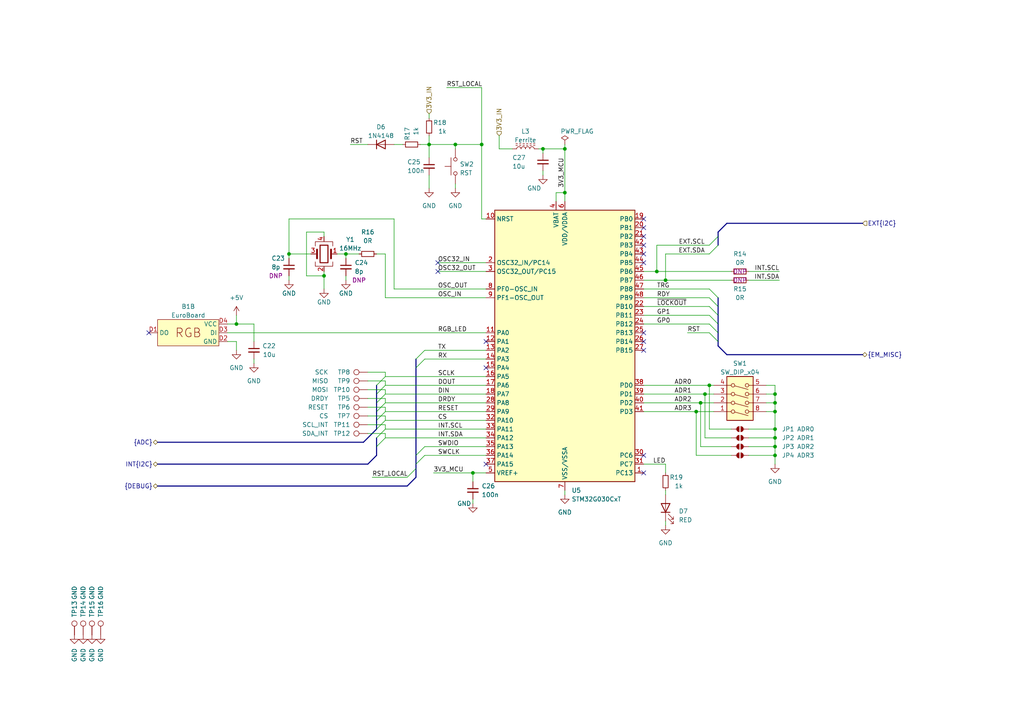
<source format=kicad_sch>
(kicad_sch (version 20230121) (generator eeschema)
  (paper "A4")
  (title_block (title "EuroMeasure Ion Gauge Controller") (date "2024-01-20") (rev "1.1.0"))
  (lib_symbols
    (symbol "Connector:TestPoint" (pin_numbers hide) (pin_names (offset 0.762) hide)
      (property "Reference" "TP" (at 0 6.858 0))
      (property "Value" "TestPoint" (at 0 5.08 0))
      (symbol "TestPoint_0_1"
        (circle (center 0 3.302) (radius 0.762))
      )
      (symbol "TestPoint_1_1"
        (pin passive line (at 0 0 90) (length 2.54) (name "1") (number "1"))
      )
    )
    (symbol "Device:C_Small" (pin_numbers hide) (pin_names (offset 0.254) hide)
      (property "Reference" "C" (at 0.254 1.778 0))
      (property "Value" "C_Small" (at 0.254 -2.032 0))
      (symbol "C_Small_0_1"
        (polyline (pts (xy -1.524 -0.508) (xy 1.524 -0.508)) (stroke (width 0.3302)))
        (polyline (pts (xy -1.524 0.508) (xy 1.524 0.508)) (stroke (width 0.3048)))
      )
      (symbol "C_Small_1_1"
        (pin passive line (at 0 2.54 270) (length 2.032) (name "~") (number "1"))
        (pin passive line (at 0 -2.54 90) (length 2.032) (name "~") (number "2"))
      )
    )
    (symbol "Device:R_Small" (pin_numbers hide) (pin_names (offset 0.254) hide)
      (property "Reference" "R" (at 0.762 0.508 0))
      (property "Value" "R_Small" (at 0.762 -1.016 0))
      (symbol "R_Small_0_1"
        (rectangle (start -0.762 1.778) (end 0.762 -1.778) (stroke (width 0.2032)))
      )
      (symbol "R_Small_1_1"
        (pin passive line (at 0 2.54 270) (length 0.762) (name "~") (number "1"))
        (pin passive line (at 0 -2.54 90) (length 0.762) (name "~") (number "2"))
      )
    )
    (symbol "MEMS_Custom:EuroBoardLED"
      (property "Reference" "B" (at 8.89 8.89 0))
      (property "Value" "EuroBoard" (at 1.27 8.89 0))
      (symbol "EuroBoardLED_1_1"
        (rectangle (start -3.81 7.62) (end 10.16 -38.1) (fill (type background)))
        (polyline (pts (xy -3.81 -22.86) (xy 10.16 -22.86)))
        (polyline (pts (xy -3.81 -7.62) (xy 10.16 -7.62)))
        (pin power_out line (at -6.35 5.08 0) (length 2.54) (name "-15V") (number "1"))
        (pin passive line (at 12.7 -5.08 180) (length 2.54) (name "15V") (number "10"))
        (pin bidirectional line (at -6.35 -10.16 0) (length 2.54) (name "SCL") (number "11"))
        (pin passive line (at 12.7 -10.16 180) (length 2.54) (name "GND") (number "12"))
        (pin bidirectional line (at -6.35 -12.7 0) (length 2.54) (name "SDA") (number "13"))
        (pin passive line (at 12.7 -12.7 180) (length 2.54) (name "GND") (number "14"))
        (pin bidirectional line (at -6.35 -15.24 0) (length 2.54) (name "~{LOCKOUT}") (number "15"))
        (pin bidirectional line (at 12.7 -15.24 180) (length 2.54) (name "RST") (number "16"))
        (pin bidirectional line (at -6.35 -17.78 0) (length 2.54) (name "GP0") (number "17"))
        (pin bidirectional line (at 12.7 -17.78 180) (length 2.54) (name "GP1") (number "18"))
        (pin bidirectional line (at -6.35 -20.32 0) (length 2.54) (name "TRG") (number "19"))
        (pin passive line (at 12.7 5.08 180) (length 2.54) (name "-15V") (number "2"))
        (pin bidirectional line (at 12.7 -20.32 180) (length 2.54) (name "RDY") (number "20"))
        (pin bidirectional line (at -6.35 -25.4 0) (length 2.54) (name "SWDIO") (number "21"))
        (pin power_in line (at 12.7 -25.4 180) (length 2.54) (name "GND") (number "22"))
        (pin bidirectional line (at -6.35 -27.94 0) (length 2.54) (name "SWCLK") (number "23"))
        (pin bidirectional line (at 12.7 -27.94 180) (length 2.54) (name "RST") (number "24"))
        (pin bidirectional line (at -6.35 -30.48 0) (length 2.54) (name "RX") (number "25"))
        (pin bidirectional line (at 12.7 -30.48 180) (length 2.54) (name "TX") (number "26"))
        (pin power_in line (at -6.35 -33.02 0) (length 2.54) (name "3.3V") (number "27"))
        (pin bidirectional line (at 12.7 -33.02 180) (length 2.54) (name "NC4") (number "28"))
        (pin bidirectional line (at -6.35 -35.56 0) (length 2.54) (name "NC5") (number "29"))
        (pin power_out line (at -6.35 2.54 0) (length 2.54) (name "GND") (number "3"))
        (pin bidirectional line (at 12.7 -35.56 180) (length 2.54) (name "NC6") (number "30"))
        (pin passive line (at 12.7 2.54 180) (length 2.54) (name "GND") (number "4"))
        (pin power_out line (at -6.35 0 0) (length 2.54) (name "5V") (number "5"))
        (pin passive line (at 12.7 0 180) (length 2.54) (name "5V") (number "6"))
        (pin passive line (at -6.35 -2.54 0) (length 2.54) (name "GND") (number "7"))
        (pin passive line (at 12.7 -2.54 180) (length 2.54) (name "GND") (number "8"))
        (pin power_out line (at -6.35 -5.08 0) (length 2.54) (name "15V") (number "9"))
      )
      (symbol "EuroBoardLED_2_1"
        (rectangle (start -6.35 7.62) (end 11.43 0) (fill (type background)))
        (text "RGB" (at 2.54 3.81 0) (effects (font (size 2.54 2.54))))
        (pin output line (at 13.97 3.81 180) (length 2.54) (name "DO") (number "D1"))
        (pin power_in line (at -8.89 1.27 0) (length 2.54) (name "GND") (number "D2"))
        (pin input line (at -8.89 3.81 0) (length 2.54) (name "DI") (number "D3"))
        (pin power_in line (at -8.89 6.35 0) (length 2.54) (name "VCC") (number "D4"))
      )
    )
    (symbol "MEMS_Discrete-semiconductor:D_1N4148WS-SOD323" (pin_numbers hide) (pin_names (offset 1.016) hide)
      (property "Reference" "D" (at 0 2.54 0))
      (property "Value" "1N4148" (at 0 -2.54 0))
      (symbol "D_1N4148WS-SOD323_0_1"
        (polyline (pts (xy -1.27 1.27) (xy -1.27 -1.27)) (stroke (width 0.254)))
        (polyline (pts (xy 1.27 0) (xy -1.27 0)))
        (polyline (pts (xy 1.27 1.27) (xy 1.27 -1.27) (xy -1.27 0) (xy 1.27 1.27)) (stroke (width 0.254)))
      )
      (symbol "D_1N4148WS-SOD323_1_1"
        (pin passive line (at -3.81 0 0) (length 2.54) (name "K") (number "1"))
        (pin passive line (at 3.81 0 180) (length 2.54) (name "A") (number "2"))
      )
    )
    (symbol "MEMS_Discrete-semiconductor:LED_0805_Red" (pin_numbers hide) (pin_names (offset 1.016) hide)
      (property "Reference" "D" (at 0 2.54 0))
      (property "Value" "RED" (at 0 -2.54 0))
      (symbol "LED_0805_Red_0_1"
        (polyline (pts (xy -1.27 -1.27) (xy -1.27 1.27)) (stroke (width 0.254)))
        (polyline (pts (xy -1.27 0) (xy 1.27 0)))
        (polyline (pts (xy 1.27 -1.27) (xy 1.27 1.27) (xy -1.27 0) (xy 1.27 -1.27)) (stroke (width 0.254)))
        (polyline (pts (xy -3.048 -0.762) (xy -4.572 -2.286) (xy -3.81 -2.286) (xy -4.572 -2.286) (xy -4.572 -1.524)))
        (polyline (pts (xy -1.778 -0.762) (xy -3.302 -2.286) (xy -2.54 -2.286) (xy -3.302 -2.286) (xy -3.302 -1.524)))
      )
      (symbol "LED_0805_Red_1_1"
        (pin passive line (at -3.81 0 0) (length 2.54) (name "K") (number "1"))
        (pin passive line (at 3.81 0 180) (length 2.54) (name "A") (number "2"))
      )
    )
    (symbol "MEMS_Electromechanical:SW_DIP_A6H-4101" (pin_names (offset 0) hide)
      (property "Reference" "SW" (at 0 8.89 0))
      (property "Value" "SW_DIP_x04" (at 0 -6.35 0))
      (symbol "SW_DIP_A6H-4101_0_0"
        (circle (center -2.032 -2.54) (radius 0.508))
        (circle (center -2.032 0) (radius 0.508))
        (circle (center -2.032 2.54) (radius 0.508))
        (circle (center -2.032 5.08) (radius 0.508))
        (polyline (pts (xy -1.524 -2.3876) (xy 2.3622 -1.3462)))
        (polyline (pts (xy -1.524 0.127) (xy 2.3622 1.1684)))
        (polyline (pts (xy -1.524 2.667) (xy 2.3622 3.7084)))
        (polyline (pts (xy -1.524 5.207) (xy 2.3622 6.2484)))
        (circle (center 2.032 -2.54) (radius 0.508))
        (circle (center 2.032 0) (radius 0.508))
        (circle (center 2.032 2.54) (radius 0.508))
        (circle (center 2.032 5.08) (radius 0.508))
      )
      (symbol "SW_DIP_A6H-4101_0_1"
        (rectangle (start -3.81 7.62) (end 3.81 -5.08) (stroke (width 0.254)) (fill (type background)))
      )
      (symbol "SW_DIP_A6H-4101_1_1"
        (pin passive line (at -7.62 5.08 0) (length 5.08) (name "~") (number "1"))
        (pin passive line (at -7.62 2.54 0) (length 5.08) (name "~") (number "2"))
        (pin passive line (at -7.62 0 0) (length 5.08) (name "~") (number "3"))
        (pin passive line (at -7.62 -2.54 0) (length 5.08) (name "~") (number "4"))
        (pin passive line (at 7.62 -2.54 180) (length 5.08) (name "~") (number "5"))
        (pin passive line (at 7.62 0 180) (length 5.08) (name "~") (number "6"))
        (pin passive line (at 7.62 2.54 180) (length 5.08) (name "~") (number "7"))
        (pin passive line (at 7.62 5.08 180) (length 5.08) (name "~") (number "8"))
      )
    )
    (symbol "MEMS_Electromechanical:SW_Push_Tact_B3S-1000" (pin_numbers hide) (pin_names (offset 1.016) hide)
      (property "Reference" "SW" (at 1.27 2.54 0))
      (property "Value" "Tact" (at 0 -1.524 0))
      (symbol "SW_Push_Tact_B3S-1000_0_1"
        (circle (center -2.032 0) (radius 0.508))
        (polyline (pts (xy 0 1.27) (xy 0 3.048)))
        (polyline (pts (xy 2.54 1.27) (xy -2.54 1.27)))
        (circle (center 2.032 0) (radius 0.508))
        (pin passive line (at -5.08 0 0) (length 2.54) (name "1") (number "1"))
        (pin passive line (at 5.08 0 180) (length 2.54) (name "2") (number "2"))
      )
    )
    (symbol "MEMS_IC:STM32G030CxT"
      (property "Reference" "U" (at -6.35 49.53 0))
      (property "Value" "STM32G030CxT" (at 15.24 43.18 0))
      (symbol "STM32G030CxT_0_1"
        (rectangle (start -20.32 40.64) (end 20.32 -38.1) (stroke (width 0.254)) (fill (type background)))
      )
      (symbol "STM32G030CxT_1_1"
        (pin bidirectional line (at 22.86 -35.56 180) (length 2.54) (name "PC13") (number "1"))
        (pin bidirectional line (at -22.86 38.1 0) (length 2.54) (name "NRST") (number "10"))
        (pin bidirectional line (at -22.86 5.08 0) (length 2.54) (name "PA0") (number "11"))
        (pin bidirectional line (at -22.86 2.54 0) (length 2.54) (name "PA1") (number "12"))
        (pin bidirectional line (at -22.86 0 0) (length 2.54) (name "PA2") (number "13"))
        (pin bidirectional line (at -22.86 -2.54 0) (length 2.54) (name "PA3") (number "14"))
        (pin bidirectional line (at -22.86 -5.08 0) (length 2.54) (name "PA4") (number "15"))
        (pin bidirectional line (at -22.86 -7.62 0) (length 2.54) (name "PA5") (number "16"))
        (pin bidirectional line (at -22.86 -10.16 0) (length 2.54) (name "PA6") (number "17"))
        (pin bidirectional line (at -22.86 -12.7 0) (length 2.54) (name "PA7") (number "18"))
        (pin bidirectional line (at 22.86 38.1 180) (length 2.54) (name "PB0") (number "19"))
        (pin bidirectional line (at -22.86 25.4 0) (length 2.54) (name "OSC32_IN/PC14") (number "2"))
        (pin bidirectional line (at 22.86 35.56 180) (length 2.54) (name "PB1") (number "20"))
        (pin bidirectional line (at 22.86 33.02 180) (length 2.54) (name "PB2") (number "21"))
        (pin bidirectional line (at 22.86 12.7 180) (length 2.54) (name "PB10") (number "22"))
        (pin bidirectional line (at 22.86 10.16 180) (length 2.54) (name "PB11") (number "23"))
        (pin bidirectional line (at 22.86 7.62 180) (length 2.54) (name "PB12") (number "24"))
        (pin bidirectional line (at 22.86 5.08 180) (length 2.54) (name "PB13") (number "25"))
        (pin bidirectional line (at 22.86 2.54 180) (length 2.54) (name "PB14") (number "26"))
        (pin bidirectional line (at 22.86 0 180) (length 2.54) (name "PB15") (number "27"))
        (pin bidirectional line (at -22.86 -15.24 0) (length 2.54) (name "PA8") (number "28"))
        (pin bidirectional line (at -22.86 -17.78 0) (length 2.54) (name "PA9") (number "29"))
        (pin bidirectional line (at -22.86 22.86 0) (length 2.54) (name "OSC32_OUT/PC15") (number "3"))
        (pin bidirectional line (at 22.86 -30.48 180) (length 2.54) (name "PC6") (number "30"))
        (pin bidirectional line (at 22.86 -33.02 180) (length 2.54) (name "PC7") (number "31"))
        (pin bidirectional line (at -22.86 -20.32 0) (length 2.54) (name "PA10") (number "32"))
        (pin bidirectional line (at -22.86 -22.86 0) (length 2.54) (name "PA11") (number "33"))
        (pin bidirectional line (at -22.86 -25.4 0) (length 2.54) (name "PA12") (number "34"))
        (pin bidirectional line (at -22.86 -27.94 0) (length 2.54) (name "PA13") (number "35"))
        (pin bidirectional line (at -22.86 -30.48 0) (length 2.54) (name "PA14") (number "36"))
        (pin bidirectional line (at -22.86 -33.02 0) (length 2.54) (name "PA15") (number "37"))
        (pin bidirectional line (at 22.86 -10.16 180) (length 2.54) (name "PD0") (number "38"))
        (pin bidirectional line (at 22.86 -12.7 180) (length 2.54) (name "PD1") (number "39"))
        (pin power_in line (at -2.54 43.18 270) (length 2.54) (name "VBAT") (number "4"))
        (pin bidirectional line (at 22.86 -15.24 180) (length 2.54) (name "PD2") (number "40"))
        (pin bidirectional line (at 22.86 -17.78 180) (length 2.54) (name "PD3") (number "41"))
        (pin bidirectional line (at 22.86 30.48 180) (length 2.54) (name "PB3") (number "42"))
        (pin bidirectional line (at 22.86 27.94 180) (length 2.54) (name "PB4") (number "43"))
        (pin bidirectional line (at 22.86 25.4 180) (length 2.54) (name "PB5") (number "44"))
        (pin bidirectional line (at 22.86 22.86 180) (length 2.54) (name "PB6") (number "45"))
        (pin bidirectional line (at 22.86 20.32 180) (length 2.54) (name "PB7") (number "46"))
        (pin bidirectional line (at 22.86 17.78 180) (length 2.54) (name "PB8") (number "47"))
        (pin bidirectional line (at 22.86 15.24 180) (length 2.54) (name "PB9") (number "48"))
        (pin input line (at -22.86 -35.56 0) (length 2.54) (name "VREF+") (number "5"))
        (pin power_in line (at 0 43.18 270) (length 2.54) (name "VDD/VDDA") (number "6"))
        (pin power_in line (at 0 -40.64 90) (length 2.54) (name "VSS/VSSA") (number "7"))
        (pin bidirectional line (at -22.86 17.78 0) (length 2.54) (name "PF0-OSC_IN") (number "8"))
        (pin bidirectional line (at -22.86 15.24 0) (length 2.54) (name "PF1-OSC_OUT") (number "9"))
      )
    )
    (symbol "MEMS_Passive:Crystal_16MHz_ECS-160-8-36CKM-TR3" (pin_names (offset 0) hide)
      (property "Reference" "Y" (at 3.175 5.08 0))
      (property "Value" "16MHz" (at 3.175 3.175 0))
      (symbol "Crystal_16MHz_ECS-160-8-36CKM-TR3_0_1"
        (rectangle (start -1.143 2.54) (end 1.143 -2.54) (stroke (width 0.3048)))
        (polyline (pts (xy -2.54 0) (xy -2.032 0)))
        (polyline (pts (xy -2.032 -1.27) (xy -2.032 1.27)) (stroke (width 0.508)))
        (polyline (pts (xy 0 -3.81) (xy 0 -3.556)))
        (polyline (pts (xy 0 3.556) (xy 0 3.81)))
        (polyline (pts (xy 2.032 -1.27) (xy 2.032 1.27)) (stroke (width 0.508)))
        (polyline (pts (xy 2.032 0) (xy 2.54 0)))
        (polyline (pts (xy -2.54 -2.286) (xy -2.54 -3.556) (xy 2.54 -3.556) (xy 2.54 -2.286)))
        (polyline (pts (xy -2.54 2.286) (xy -2.54 3.556) (xy 2.54 3.556) (xy 2.54 2.286)))
      )
      (symbol "Crystal_16MHz_ECS-160-8-36CKM-TR3_1_1"
        (pin passive line (at -3.81 0 0) (length 1.27) (name "1") (number "1"))
        (pin passive line (at 0 5.08 270) (length 1.27) (name "2") (number "2"))
        (pin passive line (at 3.81 0 180) (length 1.27) (name "3") (number "3"))
        (pin passive line (at 0 -5.08 90) (length 1.27) (name "4") (number "4"))
      )
    )
    (symbol "MEMS_Passive:L_Ferrite_742792040" (pin_numbers hide) (pin_names (offset 1.016) hide)
      (property "Reference" "L" (at -1.27 0 90))
      (property "Value" "Ferrite" (at 2.794 0 90))
      (symbol "L_Ferrite_742792040_0_1"
        (arc (start 0 -2.54) (mid 0.6323 -1.905) (end 0 -1.27))
        (arc (start 0 -1.27) (mid 0.6323 -0.635) (end 0 0))
        (polyline (pts (xy 1.016 -2.794) (xy 1.016 -2.286)))
        (polyline (pts (xy 1.016 -1.778) (xy 1.016 -1.27)))
        (polyline (pts (xy 1.016 -0.762) (xy 1.016 -0.254)))
        (polyline (pts (xy 1.016 0.254) (xy 1.016 0.762)))
        (polyline (pts (xy 1.016 1.27) (xy 1.016 1.778)))
        (polyline (pts (xy 1.016 2.286) (xy 1.016 2.794)))
        (polyline (pts (xy 1.524 -2.286) (xy 1.524 -2.794)))
        (polyline (pts (xy 1.524 -1.27) (xy 1.524 -1.778)))
        (polyline (pts (xy 1.524 -0.254) (xy 1.524 -0.762)))
        (polyline (pts (xy 1.524 0.762) (xy 1.524 0.254)))
        (polyline (pts (xy 1.524 1.778) (xy 1.524 1.27)))
        (polyline (pts (xy 1.524 2.794) (xy 1.524 2.286)))
        (arc (start 0 0) (mid 0.6323 0.635) (end 0 1.27))
        (arc (start 0 1.27) (mid 0.6323 1.905) (end 0 2.54))
      )
      (symbol "L_Ferrite_742792040_1_1"
        (pin passive line (at 0 3.81 270) (length 1.27) (name "1") (number "1"))
        (pin passive line (at 0 -3.81 90) (length 1.27) (name "2") (number "2"))
      )
    )
    (symbol "MEMS_Passive:SolderableJumper" (pin_numbers hide) (pin_names hide) (in_bom no)
      (property "Reference" "JP" (at 0 2.54 0))
      (symbol "SolderableJumper_1_1"
        (arc (start -0.254 0.762) (mid -0.9949 0) (end -0.254 -0.762) (fill (type outline)))
        (polyline (pts (xy -1.27 0) (xy -0.762 0)))
        (polyline (pts (xy -0.254 0.762) (xy -0.254 -0.762)))
        (polyline (pts (xy 0.254 -0.762) (xy 0.254 0.762)))
        (polyline (pts (xy 1.27 0) (xy 0.762 0)))
        (arc (start 0.254 -0.762) (mid 0.9949 0) (end 0.254 0.762) (fill (type outline)))
        (pin passive line (at -2.54 0 0) (length 1.27) (name "~") (number "1"))
        (pin passive line (at 2.54 0 180) (length 1.27) (name "~") (number "2"))
      )
    )
    (symbol "power:+5V" (power) (pin_names (offset 0))
      (property "Value" "+5V" (at 0 3.556 0))
      (symbol "+5V_0_1"
        (polyline (pts (xy -0.762 1.27) (xy 0 2.54)))
        (polyline (pts (xy 0 0) (xy 0 2.54)))
        (polyline (pts (xy 0 2.54) (xy 0.762 1.27)))
      )
      (symbol "+5V_1_1"
        (pin power_in line (at 0 0 90) (length 0) hide (name "+5V") (number "1"))
      )
    )
    (symbol "power:GND" (power) (pin_names (offset 0))
      (property "Value" "GND" (at 0 -3.81 0))
      (symbol "GND_0_1"
        (polyline (pts (xy 0 0) (xy 0 -1.27) (xy 1.27 -1.27) (xy 0 -2.54) (xy -1.27 -1.27) (xy 0 -1.27)))
      )
      (symbol "GND_1_1"
        (pin power_in line (at 0 0 270) (length 0) hide (name "GND") (number "1"))
      )
    )
    (symbol "power:PWR_FLAG" (power) (pin_numbers hide) (pin_names (offset 0) hide)
      (property "Value" "PWR_FLAG" (at 0 3.81 0))
      (symbol "PWR_FLAG_0_0"
        (pin power_out line (at 0 0 90) (length 0) (name "pwr") (number "1"))
      )
      (symbol "PWR_FLAG_0_1"
        (polyline (pts (xy 0 0) (xy 0 1.27) (xy -1.016 1.905) (xy 0 2.54) (xy 1.016 1.905) (xy 0 1.27)))
      )
    )
  )
  (bus_alias "DEBUG" (members "TX" "RX" "SWCLK" "SWDIO" "RST_LOCAL"))
  (bus_alias "EM_MISC" (members "~{LOCKOUT}" "RDY" "TRG" "GP0" "GP1" "RST"))
  (bus_alias "I2C" (members "SCL" "SDA"))
  (junction (at 93.98 80.01))
  (junction (at 83.82 73.66))
  (junction (at 68.58 93.98))
  (junction (at 163.83 43.18))
  (junction (at 224.79 119.38))
  (junction (at 224.79 132.08))
  (junction (at 163.83 55.88))
  (junction (at 193.04 81.28))
  (junction (at 139.7 41.91))
  (junction (at 224.79 114.3))
  (junction (at 205.74 111.76))
  (junction (at 124.46 41.91))
  (junction (at 224.79 129.54))
  (junction (at 203.2 116.84))
  (junction (at 204.47 114.3))
  (junction (at 137.16 137.16))
  (junction (at 201.93 119.38))
  (junction (at 100.33 73.66))
  (junction (at 157.48 43.18))
  (junction (at 224.79 116.84))
  (junction (at 224.79 127))
  (junction (at 224.79 124.46))
  (junction (at 190.5 78.74))
  (junction (at 132.08 41.91))
  (no_connect (at 186.69 99.06))
  (no_connect (at 186.69 96.52))
  (no_connect (at 186.69 132.08))
  (no_connect (at 186.69 137.16))
  (no_connect (at 140.97 106.68))
  (no_connect (at 140.97 99.06))
  (no_connect (at 186.69 66.04))
  (no_connect (at 127 76.2))
  (no_connect (at 186.69 76.2))
  (no_connect (at 127 78.74))
  (no_connect (at 140.97 134.62))
  (no_connect (at 186.69 71.12))
  (no_connect (at 186.69 73.66))
  (no_connect (at 186.69 63.5))
  (no_connect (at 43.18 96.52))
  (no_connect (at 186.69 68.58))
  (no_connect (at 186.69 101.6))
  (bus_entry (at 123.19 129.54) (size -2.54 2.54))
  (bus_entry (at 205.74 88.9) (size 2.54 2.54))
  (bus_entry (at 118.11 138.43) (size 2.54 -2.54))
  (bus_entry (at 109.22 127) (size 2.54 -2.54))
  (bus_entry (at 205.74 93.98) (size 2.54 2.54))
  (bus_entry (at 205.74 96.52) (size 2.54 2.54))
  (bus_entry (at 123.19 132.08) (size -2.54 2.54))
  (bus_entry (at 205.74 86.36) (size 2.54 2.54))
  (bus_entry (at 205.74 71.12) (size 2.54 -2.54))
  (bus_entry (at 109.22 129.54) (size 2.54 -2.54))
  (bus_entry (at 205.74 83.82) (size 2.54 2.54))
  (bus_entry (at 205.74 91.44) (size 2.54 2.54))
  (bus_entry (at 109.22 121.92) (size 2.54 -2.54))
  (bus_entry (at 123.19 101.6) (size -2.54 2.54))
  (bus_entry (at 205.74 73.66) (size 2.54 -2.54))
  (bus_entry (at 109.22 119.38) (size 2.54 -2.54))
  (bus_entry (at 109.22 124.46) (size 2.54 -2.54))
  (bus_entry (at 109.22 114.3) (size 2.54 -2.54))
  (bus_entry (at 123.19 104.14) (size -2.54 2.54))
  (bus_entry (at 109.22 111.76) (size 2.54 -2.54))
  (bus_entry (at 109.22 116.84) (size 2.54 -2.54))
  (wire (pts (xy 106.68 110.49) (xy 111.76 110.49)))
  (wire (pts (xy 193.04 73.66) (xy 205.74 73.66)))
  (wire (pts (xy 111.76 116.84) (xy 140.97 116.84)))
  (wire (pts (xy 224.79 119.38) (xy 224.79 124.46)))
  (wire (pts (xy 140.97 137.16) (xy 137.16 137.16)))
  (bus (pts (xy 208.28 91.44) (xy 208.28 93.98)))
  (wire (pts (xy 111.76 127) (xy 140.97 127)))
  (wire (pts (xy 93.98 78.74) (xy 93.98 80.01)))
  (wire (pts (xy 124.46 33.02) (xy 124.46 34.29)))
  (wire (pts (xy 106.68 123.19) (xy 111.76 123.19)))
  (wire (pts (xy 132.08 43.18) (xy 132.08 41.91)))
  (wire (pts (xy 66.04 96.52) (xy 140.97 96.52)))
  (bus (pts (xy 208.28 68.58) (xy 208.28 67.31)))
  (wire (pts (xy 123.19 132.08) (xy 140.97 132.08)))
  (wire (pts (xy 137.16 146.05) (xy 137.16 144.78)))
  (wire (pts (xy 111.76 124.46) (xy 111.76 123.19)))
  (wire (pts (xy 224.79 124.46) (xy 224.79 127)))
  (wire (pts (xy 124.46 50.8) (xy 124.46 54.61)))
  (wire (pts (xy 124.46 39.37) (xy 124.46 41.91)))
  (wire (pts (xy 205.74 111.76) (xy 205.74 124.46)))
  (wire (pts (xy 186.69 116.84) (xy 203.2 116.84)))
  (wire (pts (xy 205.74 88.9) (xy 186.69 88.9)))
  (bus (pts (xy 109.22 127) (xy 109.22 129.54)))
  (wire (pts (xy 114.3 63.5) (xy 114.3 83.82)))
  (wire (pts (xy 106.68 107.95) (xy 111.76 107.95)))
  (bus (pts (xy 208.28 71.12) (xy 208.28 68.58)))
  (wire (pts (xy 123.19 129.54) (xy 140.97 129.54)))
  (wire (pts (xy 157.48 43.18) (xy 157.48 44.45)))
  (wire (pts (xy 186.69 91.44) (xy 205.74 91.44)))
  (wire (pts (xy 186.69 81.28) (xy 193.04 81.28)))
  (wire (pts (xy 199.39 96.52) (xy 205.74 96.52)))
  (wire (pts (xy 144.78 39.37) (xy 144.78 43.18)))
  (bus (pts (xy 109.22 124.46) (xy 105.41 128.27)))
  (bus (pts (xy 120.65 132.08) (xy 120.65 134.62)))
  (wire (pts (xy 157.48 50.8) (xy 157.48 49.53)))
  (bus (pts (xy 109.22 119.38) (xy 109.22 121.92)))
  (wire (pts (xy 111.76 119.38) (xy 140.97 119.38)))
  (wire (pts (xy 132.08 53.34) (xy 132.08 54.61)))
  (bus (pts (xy 210.82 64.77) (xy 250.19 64.77)))
  (wire (pts (xy 129.54 25.4) (xy 139.7 25.4)))
  (wire (pts (xy 83.82 73.66) (xy 83.82 74.93)))
  (wire (pts (xy 111.76 109.22) (xy 140.97 109.22)))
  (wire (pts (xy 121.92 41.91) (xy 124.46 41.91)))
  (wire (pts (xy 68.58 99.06) (xy 68.58 101.6)))
  (bus (pts (xy 45.72 140.97) (xy 118.11 140.97)))
  (wire (pts (xy 100.33 73.66) (xy 104.14 73.66)))
  (wire (pts (xy 123.19 104.14) (xy 140.97 104.14)))
  (wire (pts (xy 83.82 73.66) (xy 90.17 73.66)))
  (wire (pts (xy 123.19 101.6) (xy 140.97 101.6)))
  (bus (pts (xy 208.28 86.36) (xy 208.28 88.9)))
  (wire (pts (xy 193.04 151.13) (xy 193.04 152.4)))
  (wire (pts (xy 111.76 114.3) (xy 111.76 113.03)))
  (wire (pts (xy 111.76 86.36) (xy 140.97 86.36)))
  (wire (pts (xy 224.79 129.54) (xy 224.79 132.08)))
  (wire (pts (xy 222.25 119.38) (xy 224.79 119.38)))
  (wire (pts (xy 161.29 55.88) (xy 161.29 58.42)))
  (bus (pts (xy 109.22 114.3) (xy 109.22 116.84)))
  (bus (pts (xy 120.65 104.14) (xy 120.65 106.68)))
  (wire (pts (xy 83.82 63.5) (xy 83.82 73.66)))
  (wire (pts (xy 100.33 73.66) (xy 100.33 74.93)))
  (wire (pts (xy 163.83 55.88) (xy 163.83 58.42)))
  (bus (pts (xy 208.28 100.33) (xy 210.82 102.87)))
  (wire (pts (xy 106.68 113.03) (xy 111.76 113.03)))
  (wire (pts (xy 203.2 116.84) (xy 207.01 116.84)))
  (bus (pts (xy 208.28 67.31) (xy 210.82 64.77)))
  (wire (pts (xy 106.68 125.73) (xy 111.76 125.73)))
  (wire (pts (xy 186.69 93.98) (xy 205.74 93.98)))
  (wire (pts (xy 137.16 137.16) (xy 137.16 139.7)))
  (wire (pts (xy 204.47 114.3) (xy 207.01 114.3)))
  (wire (pts (xy 83.82 81.28) (xy 83.82 80.01)))
  (wire (pts (xy 124.46 45.72) (xy 124.46 41.91)))
  (wire (pts (xy 73.66 104.14) (xy 73.66 105.41)))
  (wire (pts (xy 224.79 132.08) (xy 224.79 134.62)))
  (wire (pts (xy 186.69 78.74) (xy 190.5 78.74)))
  (wire (pts (xy 111.76 116.84) (xy 111.76 115.57)))
  (bus (pts (xy 109.22 121.92) (xy 109.22 124.46)))
  (wire (pts (xy 127 78.74) (xy 140.97 78.74)))
  (wire (pts (xy 111.76 111.76) (xy 111.76 110.49)))
  (wire (pts (xy 88.9 67.31) (xy 88.9 80.01)))
  (wire (pts (xy 127 76.2) (xy 140.97 76.2)))
  (wire (pts (xy 204.47 127) (xy 212.09 127)))
  (bus (pts (xy 208.28 99.06) (xy 208.28 100.33)))
  (wire (pts (xy 107.95 138.43) (xy 118.11 138.43)))
  (wire (pts (xy 224.79 111.76) (xy 224.79 114.3)))
  (wire (pts (xy 193.04 81.28) (xy 212.09 81.28)))
  (wire (pts (xy 201.93 119.38) (xy 201.93 132.08)))
  (wire (pts (xy 139.7 25.4) (xy 139.7 41.91)))
  (wire (pts (xy 111.76 119.38) (xy 111.76 118.11)))
  (wire (pts (xy 68.58 91.44) (xy 68.58 93.98)))
  (wire (pts (xy 73.66 93.98) (xy 73.66 99.06)))
  (wire (pts (xy 66.04 99.06) (xy 68.58 99.06)))
  (wire (pts (xy 224.79 114.3) (xy 224.79 116.84)))
  (wire (pts (xy 111.76 121.92) (xy 140.97 121.92)))
  (wire (pts (xy 217.17 78.74) (xy 226.06 78.74)))
  (wire (pts (xy 201.93 119.38) (xy 207.01 119.38)))
  (wire (pts (xy 186.69 111.76) (xy 205.74 111.76)))
  (wire (pts (xy 125.73 137.16) (xy 137.16 137.16)))
  (wire (pts (xy 217.17 132.08) (xy 224.79 132.08)))
  (wire (pts (xy 203.2 116.84) (xy 203.2 129.54)))
  (wire (pts (xy 217.17 129.54) (xy 224.79 129.54)))
  (wire (pts (xy 144.78 43.18) (xy 148.59 43.18)))
  (wire (pts (xy 93.98 80.01) (xy 93.98 83.82)))
  (wire (pts (xy 222.25 114.3) (xy 224.79 114.3)))
  (wire (pts (xy 111.76 73.66) (xy 111.76 86.36)))
  (wire (pts (xy 163.83 41.91) (xy 163.83 43.18)))
  (wire (pts (xy 205.74 111.76) (xy 207.01 111.76)))
  (wire (pts (xy 186.69 114.3) (xy 204.47 114.3)))
  (bus (pts (xy 120.65 138.43) (xy 118.11 140.97)))
  (wire (pts (xy 222.25 111.76) (xy 224.79 111.76)))
  (bus (pts (xy 109.22 111.76) (xy 109.22 114.3)))
  (wire (pts (xy 140.97 63.5) (xy 139.7 63.5)))
  (wire (pts (xy 66.04 93.98) (xy 68.58 93.98)))
  (wire (pts (xy 224.79 116.84) (xy 224.79 119.38)))
  (wire (pts (xy 193.04 73.66) (xy 193.04 81.28)))
  (wire (pts (xy 163.83 55.88) (xy 161.29 55.88)))
  (wire (pts (xy 109.22 73.66) (xy 111.76 73.66)))
  (wire (pts (xy 111.76 118.11) (xy 106.68 118.11)))
  (bus (pts (xy 120.65 135.89) (xy 120.65 138.43)))
  (bus (pts (xy 45.72 134.62) (xy 106.68 134.62)))
  (wire (pts (xy 111.76 125.73) (xy 111.76 127)))
  (wire (pts (xy 111.76 107.95) (xy 111.76 109.22)))
  (bus (pts (xy 210.82 102.87) (xy 250.19 102.87)))
  (wire (pts (xy 186.69 83.82) (xy 205.74 83.82)))
  (wire (pts (xy 124.46 41.91) (xy 132.08 41.91)))
  (wire (pts (xy 111.76 111.76) (xy 140.97 111.76)))
  (bus (pts (xy 120.65 106.68) (xy 120.65 132.08)))
  (wire (pts (xy 114.3 63.5) (xy 83.82 63.5)))
  (bus (pts (xy 208.28 96.52) (xy 208.28 99.06)))
  (wire (pts (xy 93.98 68.58) (xy 93.98 67.31)))
  (bus (pts (xy 109.22 129.54) (xy 109.22 132.08)))
  (wire (pts (xy 193.04 137.16) (xy 193.04 134.62)))
  (bus (pts (xy 45.72 128.27) (xy 105.41 128.27)))
  (wire (pts (xy 217.17 127) (xy 224.79 127)))
  (wire (pts (xy 190.5 78.74) (xy 212.09 78.74)))
  (wire (pts (xy 68.58 93.98) (xy 73.66 93.98)))
  (bus (pts (xy 109.22 116.84) (xy 109.22 119.38)))
  (wire (pts (xy 100.33 81.28) (xy 100.33 80.01)))
  (wire (pts (xy 139.7 41.91) (xy 132.08 41.91)))
  (bus (pts (xy 208.28 93.98) (xy 208.28 96.52)))
  (wire (pts (xy 190.5 71.12) (xy 205.74 71.12)))
  (wire (pts (xy 88.9 80.01) (xy 93.98 80.01)))
  (wire (pts (xy 101.6 41.91) (xy 106.68 41.91)))
  (wire (pts (xy 203.2 129.54) (xy 212.09 129.54)))
  (wire (pts (xy 156.21 43.18) (xy 157.48 43.18)))
  (wire (pts (xy 224.79 127) (xy 224.79 129.54)))
  (bus (pts (xy 120.65 135.89) (xy 120.65 134.62)))
  (wire (pts (xy 222.25 116.84) (xy 224.79 116.84)))
  (wire (pts (xy 111.76 121.92) (xy 111.76 120.65)))
  (wire (pts (xy 193.04 143.51) (xy 193.04 142.24)))
  (wire (pts (xy 217.17 124.46) (xy 224.79 124.46)))
  (wire (pts (xy 157.48 43.18) (xy 163.83 43.18)))
  (wire (pts (xy 204.47 114.3) (xy 204.47 127)))
  (wire (pts (xy 217.17 81.28) (xy 226.06 81.28)))
  (wire (pts (xy 163.83 142.24) (xy 163.83 143.51)))
  (bus (pts (xy 208.28 88.9) (xy 208.28 91.44)))
  (wire (pts (xy 106.68 115.57) (xy 111.76 115.57)))
  (wire (pts (xy 186.69 134.62) (xy 193.04 134.62)))
  (wire (pts (xy 186.69 86.36) (xy 205.74 86.36)))
  (wire (pts (xy 111.76 124.46) (xy 140.97 124.46)))
  (wire (pts (xy 97.79 73.66) (xy 100.33 73.66)))
  (wire (pts (xy 139.7 63.5) (xy 139.7 41.91)))
  (wire (pts (xy 93.98 67.31) (xy 88.9 67.31)))
  (wire (pts (xy 186.69 119.38) (xy 201.93 119.38)))
  (wire (pts (xy 111.76 114.3) (xy 140.97 114.3)))
  (wire (pts (xy 111.76 120.65) (xy 106.68 120.65)))
  (wire (pts (xy 190.5 71.12) (xy 190.5 78.74)))
  (wire (pts (xy 201.93 132.08) (xy 212.09 132.08)))
  (wire (pts (xy 205.74 124.46) (xy 212.09 124.46)))
  (wire (pts (xy 163.83 43.18) (xy 163.83 55.88)))
  (bus (pts (xy 109.22 132.08) (xy 106.68 134.62)))
  (wire (pts (xy 114.3 41.91) (xy 116.84 41.91)))
  (wire (pts (xy 114.3 83.82) (xy 140.97 83.82)))
  (label "INT.SCL" (at 127 124.46 0))
  (label "OSC_OUT" (at 127 83.82 0))
  (label "SWCLK" (at 127 132.08 0))
  (label "SCLK" (at 127 109.22 0))
  (label "DRDY" (at 127 116.84 0))
  (label "OSC32_OUT" (at 127 78.74 0))
  (label "OSC32_IN" (at 127 76.2 0))
  (label "LED" (at 193.04 134.62 180))
  (label "CS" (at 127 121.92 0))
  (label "RST_LOCAL" (at 129.54 25.4 0))
  (label "RST_LOCAL" (at 107.95 138.43 0))
  (label "RST" (at 101.6 41.91 0))
  (label "OSC_IN" (at 127 86.36 0))
  (label "GP0" (at 190.5 93.98 0))
  (label "EXT.SDA" (at 204.47 73.66 180))
  (label "ADR1" (at 195.58 114.3 0))
  (label "RESET" (at 127 119.38 0))
  (label "DOUT" (at 127 111.76 0))
  (label "INT.SCL" (at 226.06 78.74 180))
  (label "TRG" (at 190.5 83.82 0))
  (label "DIN" (at 127 114.3 0))
  (label "3V3_MCU" (at 125.73 137.16 0))
  (label "INT.SDA" (at 127 127 0))
  (label "RGB_LED" (at 127 96.52 0))
  (label "ADR0" (at 195.58 111.76 0))
  (label "EXT.SCL" (at 204.47 71.12 180))
  (label "~{LOCKOUT}" (at 190.5 88.9 0))
  (label "3V3_MCU" (at 163.83 45.72 270))
  (label "TX" (at 127 101.6 0))
  (label "INT.SDA" (at 226.06 81.28 180))
  (label "RST" (at 199.39 96.52 0))
  (label "ADR2" (at 195.58 116.84 0))
  (label "GP1" (at 190.5 91.44 0))
  (label "RDY" (at 190.5 86.36 0))
  (label "SWDIO" (at 127 129.54 0))
  (label "ADR3" (at 195.58 119.38 0))
  (label "RX" (at 127 104.14 0))
  (hierarchical_label "EXT{I2C}" (shape input) (at 250.19 64.77 0))
  (hierarchical_label "3V3_IN" (shape input) (at 124.46 33.02 90))
  (hierarchical_label "{EM_MISC}" (shape bidirectional) (at 250.19 102.87 0))
  (hierarchical_label "3V3_IN" (shape input) (at 144.78 39.37 90))
  (hierarchical_label "{DEBUG}" (shape bidirectional) (at 45.72 140.97 180))
  (hierarchical_label "INT{I2C}" (shape bidirectional) (at 45.72 134.62 180))
  (hierarchical_label "{ADC}" (shape bidirectional) (at 45.72 128.27 180))
  (symbol (lib_id "Device:C_Small") (at 157.48 46.99 0) (unit 1)
    (property "Reference" "C27" (at 148.59 45.72 0) (effects (justify left)))
    (property "Value" "10u" (at 148.59 48.26 0) (effects (justify left)))
    (property "Footprint" "Capacitor_SMD:C_0805_2012Metric_Pad1.18x1.45mm_HandSolder" (effects hide))
    (instances (project "EuroMeasure-IonGaugeController" (path "" (reference "C27") (unit 1))) (project "EuroMeasure-Generator" (path "" (reference "C57") (unit 1))))
  )
  (symbol (lib_id "Connector:TestPoint") (at 21.59 184.15 0) (unit 1)
    (property "Reference" "TP13" (at 21.59 179.07 90) (effects (justify left)))
    (property "Value" "GND" (at 21.59 173.99 90) (effects (justify left)))
    (property "Footprint" "MEMS_Custom:TestPoint_Pad_D1.0mm" (effects hide))
  )
  (symbol (lib_id "Connector:TestPoint") (at 29.21 184.15 0) (unit 1)
    (property "Reference" "TP16" (at 29.21 179.07 90) (effects (justify left)))
    (property "Value" "GND" (at 29.21 173.99 90) (effects (justify left)))
    (property "Footprint" "MEMS_Custom:TestPoint_Pad_D1.0mm" (effects hide))
  )
  (symbol (lib_id "MEMS_Electromechanical:SW_Push_Tact_B3S-1000") (at 132.08 48.26 90) (unit 1)
    (property "Reference" "SW2" (at 133.35 47.625 90) (effects (justify right)))
    (property "Value" "RST" (at 133.35 50.165 90) (effects (justify right)))
    (property "Footprint" "Button_Switch_SMD:SW_SPST_B3S-1000" (effects hide))
    (property "Datasheet" "https://www.mouser.com/datasheet/2/307/en_b3s-1221332.pdf" (effects hide))
    (property "Mouser" "653-B3S-1000" (effects hide))
    (property "MPN" "B3S-1000" (effects hide))
    (instances (project "EuroMeasure-IonGaugeController" (path "" (reference "SW2") (unit 1))) (project "EuroMeasure-Generator" (path "" (reference "SW1") (unit 1))))
  )
  (symbol (lib_id "Connector:TestPoint") (at 106.68 120.65 90) (unit 1)
    (property "Reference" "TP7" (at 101.6 120.65 90) (effects (justify left)))
    (property "Value" "CS" (at 95.25 120.65 90) (effects (justify left)))
    (property "Footprint" "MEMS_Custom:TestPoint_Pad_D1.0mm" (effects hide))
  )
  (symbol (lib_id "MEMS_Passive:Crystal_16MHz_ECS-160-8-36CKM-TR3") (at 93.98 73.66 180) (unit 1)
    (property "Reference" "Y1" (at 101.6 69.4689 0))
    (property "Value" "16MHz" (at 101.6 72.0089 0))
    (property "Footprint" "Oscillator:Oscillator_SMD_Abracon_ASDMB-4Pin_2.5x2.0mm" (effects hide))
    (property "Datasheet" "https://www.mouser.com/datasheet/2/122/ECX_2236-2497269.pdf" (effects hide))
    (property "Mouser" "520-160-8-36CKM-TR3" (effects hide))
    (property "MPN" "ECS-160-8-36CKM-TR3" (effects hide))
  )
  (symbol (lib_id "Device:R_Small") (at 214.63 81.28 270) (unit 1)
    (property "Reference" "R15" (at 214.63 83.82 90))
    (property "Value" "0R" (at 214.63 86.36 90))
    (property "Footprint" "Capacitor_SMD:C_0805_2012Metric_Pad1.18x1.45mm_HandSolder" (effects hide))
    (property "DNP" "DNP" (at 214.63 81.28 90))
    (instances (project "EuroMeasure-IonGaugeController" (path "" (reference "R15") (unit 1))) (project "EuroMeasure-Generator" (path "" (reference "R28") (unit 1))))
  )
  (symbol (lib_id "Device:C_Small") (at 73.66 101.6 0) (mirror y) (unit 1)
    (property "Reference" "C22" (at 80.01 100.33 0) (effects (justify left)))
    (property "Value" "10u" (at 80.01 102.87 0) (effects (justify left)))
    (property "Footprint" "Capacitor_SMD:C_0805_2012Metric_Pad1.18x1.45mm_HandSolder" (effects hide))
    (instances (project "EuroMeasure-IonGaugeController" (path "" (reference "C22") (unit 1))) (project "EuroMeasure-Generator" (path "" (reference "C1") (unit 1))))
  )
  (symbol (lib_id "Device:R_Small") (at 214.63 78.74 90) (unit 1)
    (property "Reference" "R14" (at 214.63 73.66 90))
    (property "Value" "0R" (at 214.63 76.2 90))
    (property "Footprint" "Capacitor_SMD:C_0805_2012Metric_Pad1.18x1.45mm_HandSolder" (effects hide))
    (property "DNP" "DNP" (at 214.63 78.74 90))
    (instances (project "EuroMeasure-IonGaugeController" (path "" (reference "R14") (unit 1))) (project "EuroMeasure-Generator" (path "" (reference "R27") (unit 1))))
  )
  (symbol (lib_id "Connector:TestPoint") (at 106.68 113.03 90) (unit 1)
    (property "Reference" "TP10" (at 101.6 113.03 90) (effects (justify left)))
    (property "Value" "MOSI" (at 95.25 113.03 90) (effects (justify left)))
    (property "Footprint" "MEMS_Custom:TestPoint_Pad_D1.0mm" (effects hide))
  )
  (symbol (lib_id "Device:R_Small") (at 193.04 139.7 0) (mirror x) (unit 1)
    (property "Reference" "R19" (at 198.12 138.43 0) (effects (justify right)))
    (property "Value" "1k" (at 198.12 140.97 0) (effects (justify right)))
    (property "Footprint" "Resistor_SMD:R_0805_2012Metric_Pad1.20x1.40mm_HandSolder" (effects hide))
    (instances (project "EuroMeasure-IonGaugeController" (path "" (reference "R19") (unit 1))) (project "EuroMeasure-Generator" (path "" (reference "R1") (unit 1))))
  )
  (symbol (lib_id "power:+5V") (at 68.58 91.44 0) (unit 1)
    (property "Reference" "#PWR055" (effects hide))
    (property "Value" "+5V" (at 68.58 86.36 0))
  )
  (symbol (lib_id "Device:C_Small") (at 100.33 77.47 0) (unit 1)
    (property "Reference" "C24" (at 102.87 76.2 0) (effects (justify left)))
    (property "Value" "8p" (at 102.87 78.7338 0) (effects (justify left)))
    (property "Footprint" "Capacitor_SMD:C_0805_2012Metric_Pad1.18x1.45mm_HandSolder" (effects hide))
    (property "DNP" "DNP" (at 104.14 81.28 0))
    (instances (project "EuroMeasure-IonGaugeController" (path "" (reference "C24") (unit 1))) (project "EuroMeasure-Generator" (path "" (reference "C34") (unit 1))))
  )
  (symbol (lib_id "power:GND") (at 137.16 146.05 0) (unit 1)
    (property "Reference" "#PWR064" (effects hide))
    (property "Value" "GND" (at 134.62 146.05 0))
    (instances (project "EuroMeasure-IonGaugeController" (path "" (reference "#PWR064") (unit 1))) (project "EuroMeasure-Generator" (path "" (reference "#PWR0931") (unit 1))))
  )
  (symbol (lib_id "power:GND") (at 193.04 152.4 0) (unit 1)
    (property "Reference" "#PWR068" (effects hide))
    (property "Value" "GND" (at 193.04 157.48 0))
    (instances (project "EuroMeasure-IonGaugeController" (path "" (reference "#PWR068") (unit 1))) (project "EuroMeasure-Generator" (path "" (reference "#PWR0935") (unit 1))))
  )
  (symbol (lib_id "power:GND") (at 132.08 54.61 0) (unit 1)
    (property "Reference" "#PWR063" (effects hide))
    (property "Value" "GND" (at 132.08 59.69 0))
    (instances (project "EuroMeasure-IonGaugeController" (path "" (reference "#PWR063") (unit 1))) (project "EuroMeasure-Generator" (path "" (reference "#PWR0930") (unit 1))))
  )
  (symbol (lib_id "Device:R_Small") (at 124.46 36.83 0) (mirror x) (unit 1)
    (property "Reference" "R18" (at 129.54 35.56 0) (effects (justify right)))
    (property "Value" "1k" (at 129.54 38.1 0) (effects (justify right)))
    (property "Footprint" "Resistor_SMD:R_0805_2012Metric_Pad1.20x1.40mm_HandSolder" (effects hide))
    (instances (project "EuroMeasure-IonGaugeController" (path "" (reference "R18") (unit 1))) (project "EuroMeasure-Generator" (path "" (reference "R1") (unit 1))))
  )
  (symbol (lib_id "MEMS_Passive:SolderableJumper") (at 214.63 132.08 0) (unit 1)
    (property "Reference" "JP4" (at 228.6 132.08 0))
    (property "Value" "ADR3" (at 233.68 132.08 0))
    (property "Footprint" "MEMS_Passive:R_0805_2012Metric_Jumper" (effects hide))
    (property "MPN" "NO_MPN" (effects hide))
    (instances (project "EuroMeasure-IonGaugeController" (path "" (reference "JP4") (unit 1))) (project "EuroMeasure-Generator" (path "" (reference "JP2") (unit 1))))
  )
  (symbol (lib_id "MEMS_Discrete-semiconductor:D_1N4148WS-SOD323") (at 110.49 41.91 0) (unit 1)
    (property "Reference" "D6" (at 110.49 36.83 0))
    (property "Value" "1N4148" (at 110.49 39.37 0))
    (property "Footprint" "Diode_SMD:D_SOD-323F" (effects hide))
    (property "Datasheet" "https://www.mouser.com/datasheet/2/308/1/1N4148WS_D-3006419.pdf" (effects hide))
    (property "Sim.Device" "D" (effects hide))
    (property "Sim.Pins" "1=K 2=A" (effects hide))
    (property "Mouser" "512-1N4148WS" (effects hide))
    (property "MPN" "1N4148WS" (effects hide))
    (instances (project "EuroMeasure-IonGaugeController" (path "" (reference "D6") (unit 1))) (project "EuroMeasure-Generator" (path "" (reference "D4") (unit 1))))
  )
  (symbol (lib_id "Connector:TestPoint") (at 106.68 123.19 90) (mirror x) (unit 1)
    (property "Reference" "TP11" (at 101.6 123.19 90) (effects (justify left)))
    (property "Value" "SCL_INT" (at 95.25 123.19 90) (effects (justify left)))
    (property "Footprint" "MEMS_Custom:TestPoint_Pad_D1.0mm" (effects hide))
  )
  (symbol (lib_id "power:GND") (at 100.33 81.28 0) (unit 1)
    (property "Reference" "#PWR060" (effects hide))
    (property "Value" "GND" (at 100.33 85.09 0))
    (instances (project "EuroMeasure-IonGaugeController" (path "" (reference "#PWR060") (unit 1))) (project "EuroMeasure-Generator" (path "" (reference "#PWR0928") (unit 1))))
  )
  (symbol (lib_id "power:GND") (at 83.82 81.28 0) (unit 1)
    (property "Reference" "#PWR057" (effects hide))
    (property "Value" "GND" (at 83.82 85.09 0))
    (instances (project "EuroMeasure-IonGaugeController" (path "" (reference "#PWR057") (unit 1))) (project "EuroMeasure-Generator" (path "" (reference "#PWR0926") (unit 1))))
  )
  (symbol (lib_id "Device:R_Small") (at 106.68 73.66 90) (unit 1)
    (property "Reference" "R16" (at 106.68 67.31 90))
    (property "Value" "0R" (at 106.68 69.85 90))
    (property "Footprint" "Capacitor_SMD:C_0805_2012Metric_Pad1.18x1.45mm_HandSolder" (effects hide))
    (instances (project "EuroMeasure-IonGaugeController" (path "" (reference "R16") (unit 1))) (project "EuroMeasure-Generator" (path "" (reference "R26") (unit 1))))
  )
  (symbol (lib_id "MEMS_Electromechanical:SW_DIP_A6H-4101") (at 214.63 114.3 0) (mirror x) (unit 1)
    (property "Reference" "SW1" (at 214.63 105.41 0))
    (property "Value" "SW_DIP_x04" (at 214.63 107.95 0))
    (property "Footprint" "Button_Switch_SMD:SW_DIP_SPSTx04_Slide_Omron_A6H-4101_W6.15mm_P1.27mm" (effects hide))
    (property "Datasheet" "https://www.mouser.com/datasheet/2/307/en-a6h-1221378.pdf" (effects hide))
    (property "Mouser" "653-A6H-4101" (effects hide))
    (property "MPN" "A6H-4101" (effects hide))
    (instances (project "EuroMeasure-IonGaugeController" (path "" (reference "SW1") (unit 1))) (project "EuroMeasure-Generator" (path "" (reference "SW2") (unit 1))))
  )
  (symbol (lib_id "power:GND") (at 224.79 134.62 0) (unit 1)
    (property "Reference" "#PWR042" (effects hide))
    (property "Value" "GND" (at 224.79 139.7 0))
    (instances (project "EuroMeasure-IonGaugeController" (path "" (reference "#PWR042") (unit 1))) (project "EuroMeasure-Generator" (path "" (reference "#PWR0909") (unit 1))))
  )
  (symbol (lib_id "power:GND") (at 73.66 105.41 0) (mirror y) (unit 1)
    (property "Reference" "#PWR056" (effects hide))
    (property "Value" "GND" (at 73.66 110.49 0))
    (instances (project "EuroMeasure-IonGaugeController" (path "" (reference "#PWR056") (unit 1))) (project "EuroMeasure-Generator" (path "" (reference "#PWR0938") (unit 1))))
  )
  (symbol (lib_id "MEMS_Passive:SolderableJumper") (at 214.63 129.54 0) (unit 1)
    (property "Reference" "JP3" (at 228.6 129.54 0))
    (property "Value" "ADR2" (at 233.68 129.54 0))
    (property "Footprint" "MEMS_Passive:R_0805_2012Metric_Jumper" (effects hide))
    (property "MPN" "NO_MPN" (effects hide))
    (instances (project "EuroMeasure-IonGaugeController" (path "" (reference "JP3") (unit 1))) (project "EuroMeasure-Generator" (path "" (reference "JP4") (unit 1))))
  )
  (symbol (lib_id "Device:C_Small") (at 124.46 48.26 0) (unit 1)
    (property "Reference" "C25" (at 118.11 46.99 0) (effects (justify left)))
    (property "Value" "100n" (at 118.11 49.53 0) (effects (justify left)))
    (property "Footprint" "Capacitor_SMD:C_0805_2012Metric_Pad1.18x1.45mm_HandSolder" (effects hide))
    (instances (project "EuroMeasure-IonGaugeController" (path "" (reference "C25") (unit 1))) (project "EuroMeasure-Generator" (path "" (reference "C54") (unit 1))))
  )
  (symbol (lib_id "MEMS_Passive:SolderableJumper") (at 214.63 127 0) (unit 1)
    (property "Reference" "JP2" (at 228.6 127 0))
    (property "Value" "ADR1" (at 233.68 127 0))
    (property "Footprint" "MEMS_Passive:R_0805_2012Metric_Jumper" (effects hide))
    (property "MPN" "NO_MPN" (effects hide))
    (instances (project "EuroMeasure-IonGaugeController" (path "" (reference "JP2") (unit 1))) (project "EuroMeasure-Generator" (path "" (reference "JP3") (unit 1))))
  )
  (symbol (lib_id "power:GND") (at 68.58 101.6 0) (mirror y) (unit 1)
    (property "Reference" "#PWR058" (effects hide))
    (property "Value" "GND" (at 68.58 106.68 0))
    (instances (project "EuroMeasure-IonGaugeController" (path "" (reference "#PWR058") (unit 1))) (project "EuroMeasure-Generator" (path "" (reference "#PWR0937") (unit 1))))
  )
  (symbol (lib_id "Device:R_Small") (at 119.38 41.91 270) (mirror x) (unit 1)
    (property "Reference" "R17" (at 118.11 36.83 0) (effects (justify right)))
    (property "Value" "1k" (at 120.65 36.83 0) (effects (justify right)))
    (property "Footprint" "Resistor_SMD:R_0805_2012Metric_Pad1.20x1.40mm_HandSolder" (effects hide))
    (instances (project "EuroMeasure-IonGaugeController" (path "" (reference "R17") (unit 1))) (project "EuroMeasure-Generator" (path "" (reference "R1") (unit 1))))
  )
  (symbol (lib_id "MEMS_Discrete-semiconductor:LED_0805_Red") (at 193.04 147.32 90) (unit 1)
    (property "Reference" "D7" (at 196.85 148.2725 90) (effects (justify right)))
    (property "Value" "RED" (at 196.85 150.8125 90) (effects (justify right)))
    (property "Footprint" "LED_SMD:LED_0805_2012Metric_Pad1.15x1.40mm_HandSolder" (effects hide))
    (property "Mouser" "720-LSR976-NR-1" (effects hide))
    (property "MPN" "LS R976-NR-1" (effects hide))
    (instances (project "EuroMeasure-IonGaugeController" (path "" (reference "D7") (unit 1))) (project "EuroMeasure-Generator" (path "" (reference "D1") (unit 1))))
  )
  (symbol (lib_id "Connector:TestPoint") (at 24.13 184.15 0) (unit 1)
    (property "Reference" "TP14" (at 24.13 179.07 90) (effects (justify left)))
    (property "Value" "GND" (at 24.13 173.99 90) (effects (justify left)))
    (property "Footprint" "MEMS_Custom:TestPoint_Pad_D1.0mm" (effects hide))
  )
  (symbol (lib_id "MEMS_Custom:EuroBoardLED") (at 57.15 100.33 0) (mirror y) (unit 2)
    (property "Reference" "B1" (at 54.61 88.9 0))
    (property "Value" "EuroBoard" (at 54.61 91.44 0))
    (property "Footprint" "MEMS_Custom:EuroMeasureLED" (effects hide))
    (property "Datasheet" "https://www.mouser.pl/datasheet/2/737/4684_WS2812B_2020_V1_3_EN-1900866.pdf" (effects hide))
    (property "MPN" "4680+61201021721+61201021721+61201021721+970130324+970130324" (effects hide))
    (property "Mouser" "485-4684+710-61201021721+710-61201021721+710-6120102172+710-970130324+710-970130324" (effects hide))
  )
  (symbol (lib_id "MEMS_Passive:SolderableJumper") (at 214.63 124.46 0) (unit 1)
    (property "Reference" "JP1" (at 228.6 124.46 0))
    (property "Value" "ADR0" (at 233.68 124.46 0))
    (property "Footprint" "MEMS_Passive:R_0805_2012Metric_Jumper" (effects hide))
    (property "MPN" "NO_MPN" (effects hide))
    (instances (project "EuroMeasure-IonGaugeController" (path "" (reference "JP1") (unit 1))) (project "EuroMeasure-Generator" (path "" (reference "JP5") (unit 1))))
  )
  (symbol (lib_id "Device:C_Small") (at 83.82 77.47 0) (unit 1)
    (property "Reference" "C23" (at 78.74 74.93 0) (effects (justify left)))
    (property "Value" "8p" (at 78.74 77.4638 0) (effects (justify left)))
    (property "Footprint" "Capacitor_SMD:C_0805_2012Metric_Pad1.18x1.45mm_HandSolder" (effects hide))
    (property "DNP" "DNP" (at 80.01 80.01 0))
    (instances (project "EuroMeasure-IonGaugeController" (path "" (reference "C23") (unit 1))) (project "EuroMeasure-Generator" (path "" (reference "C33") (unit 1))))
  )
  (symbol (lib_id "Connector:TestPoint") (at 106.68 110.49 90) (unit 1)
    (property "Reference" "TP9" (at 101.6 110.49 90) (effects (justify left)))
    (property "Value" "MISO" (at 95.25 110.49 90) (effects (justify left)))
    (property "Footprint" "MEMS_Custom:TestPoint_Pad_D1.0mm" (effects hide))
  )
  (symbol (lib_id "power:GND") (at 157.48 50.8 0) (unit 1)
    (property "Reference" "#PWR066" (effects hide))
    (property "Value" "GND" (at 154.94 54.61 0))
    (instances (project "EuroMeasure-IonGaugeController" (path "" (reference "#PWR066") (unit 1))) (project "EuroMeasure-Generator" (path "" (reference "#PWR0933") (unit 1))))
  )
  (symbol (lib_id "power:GND") (at 93.98 83.82 0) (unit 1)
    (property "Reference" "#PWR059" (effects hide))
    (property "Value" "GND" (at 93.98 87.63 0))
    (instances (project "EuroMeasure-IonGaugeController" (path "" (reference "#PWR059") (unit 1))) (project "EuroMeasure-Generator" (path "" (reference "#PWR0927") (unit 1))))
  )
  (symbol (lib_id "power:GND") (at 26.67 184.15 0) (unit 1)
    (property "Reference" "#PWR050" (effects hide))
    (property "Value" "GND" (at 26.6701 187.96 90) (effects (justify right)))
  )
  (symbol (lib_id "power:GND") (at 29.21 184.15 0) (unit 1)
    (property "Reference" "#PWR051" (effects hide))
    (property "Value" "GND" (at 29.2101 187.96 90) (effects (justify right)))
  )
  (symbol (lib_id "Connector:TestPoint") (at 106.68 118.11 90) (unit 1)
    (property "Reference" "TP6" (at 101.6 118.11 90) (effects (justify left)))
    (property "Value" "RESET" (at 95.25 118.11 90) (effects (justify left)))
    (property "Footprint" "MEMS_Custom:TestPoint_Pad_D1.0mm" (effects hide))
  )
  (symbol (lib_id "Connector:TestPoint") (at 106.68 115.57 90) (mirror x) (unit 1)
    (property "Reference" "TP5" (at 101.6 115.57 90) (effects (justify left)))
    (property "Value" "DRDY" (at 95.25 115.57 90) (effects (justify left)))
    (property "Footprint" "MEMS_Custom:TestPoint_Pad_D1.0mm" (effects hide))
  )
  (symbol (lib_id "power:GND") (at 24.13 184.15 0) (unit 1)
    (property "Reference" "#PWR049" (effects hide))
    (property "Value" "GND" (at 24.1301 187.96 90) (effects (justify right)))
  )
  (symbol (lib_id "power:GND") (at 163.83 143.51 0) (unit 1)
    (property "Reference" "#PWR067" (effects hide))
    (property "Value" "GND" (at 163.83 148.59 0))
    (instances (project "EuroMeasure-IonGaugeController" (path "" (reference "#PWR067") (unit 1))) (project "EuroMeasure-Generator" (path "" (reference "#PWR0934") (unit 1))))
  )
  (symbol (lib_id "power:PWR_FLAG") (at 163.83 41.91 0) (unit 1)
    (property "Reference" "#FLG04" (effects hide))
    (property "Value" "PWR_FLAG" (at 162.56 38.1 0) (effects (justify left)))
    (instances (project "EuroMeasure-IonGaugeController" (path "" (reference "#FLG04") (unit 1))) (project "EuroMeasure-Generator" (path "" (reference "#FLG?") (unit 1)) (path "" (reference "#FLG0902") (unit 1))))
  )
  (symbol (lib_id "MEMS_IC:STM32G030CxT") (at 163.83 101.6 0) (unit 1)
    (property "Reference" "U5" (at 165.7859 142.24 0) (effects (justify left)))
    (property "Value" "STM32G030CxT" (at 165.7859 144.78 0) (effects (justify left)))
    (property "Footprint" "Package_QFP:LQFP-48_7x7mm_P0.5mm" (effects hide))
    (property "Datasheet" "https://www.st.com/resource/en/datasheet/stm32g030c8.pdf" (effects hide))
    (property "MPN" "STM32G030C8T6" (effects hide))
    (property "Mouser" "511-STM32G030C8T6" (effects hide))
    (instances (project "EuroMeasure-IonGaugeController" (path "" (reference "U5") (unit 1))) (project "EuroMeasure-Generator" (path "" (reference "U13") (unit 1))))
  )
  (symbol (lib_id "Device:C_Small") (at 137.16 142.24 0) (unit 1)
    (property "Reference" "C26" (at 139.7 140.9762 0) (effects (justify left)))
    (property "Value" "100n" (at 139.7 143.5162 0) (effects (justify left)))
    (property "Footprint" "Capacitor_SMD:C_0805_2012Metric_Pad1.18x1.45mm_HandSolder" (effects hide))
    (instances (project "EuroMeasure-IonGaugeController" (path "" (reference "C26") (unit 1))) (project "EuroMeasure-Generator" (path "" (reference "C56") (unit 1))))
  )
  (symbol (lib_id "Connector:TestPoint") (at 106.68 125.73 90) (unit 1)
    (property "Reference" "TP12" (at 101.6 125.73 90) (effects (justify left)))
    (property "Value" "SDA_INT" (at 95.25 125.73 90) (effects (justify left)))
    (property "Footprint" "MEMS_Custom:TestPoint_Pad_D1.0mm" (effects hide))
  )
  (symbol (lib_id "Connector:TestPoint") (at 26.67 184.15 0) (unit 1)
    (property "Reference" "TP15" (at 26.67 179.07 90) (effects (justify left)))
    (property "Value" "GND" (at 26.67 173.99 90) (effects (justify left)))
    (property "Footprint" "MEMS_Custom:TestPoint_Pad_D1.0mm" (effects hide))
  )
  (symbol (lib_id "Connector:TestPoint") (at 106.68 107.95 90) (mirror x) (unit 1)
    (property "Reference" "TP8" (at 101.6 107.95 90) (effects (justify left)))
    (property "Value" "SCK" (at 95.25 107.95 90) (effects (justify left)))
    (property "Footprint" "MEMS_Custom:TestPoint_Pad_D1.0mm" (effects hide))
  )
  (symbol (lib_id "power:GND") (at 21.59 184.15 0) (unit 1)
    (property "Reference" "#PWR037" (effects hide))
    (property "Value" "GND" (at 21.5901 187.96 90) (effects (justify right)))
  )
  (symbol (lib_id "power:GND") (at 124.46 54.61 0) (unit 1)
    (property "Reference" "#PWR062" (effects hide))
    (property "Value" "GND" (at 124.46 59.69 0))
    (instances (project "EuroMeasure-IonGaugeController" (path "" (reference "#PWR062") (unit 1))) (project "EuroMeasure-Generator" (path "" (reference "#PWR0929") (unit 1))))
  )
  (symbol (lib_id "MEMS_Passive:L_Ferrite_742792040") (at 152.4 43.18 90) (unit 1)
    (property "Reference" "L3" (at 152.4 38.1 90))
    (property "Value" "Ferrite" (at 152.4 40.64 90))
    (property "Footprint" "Inductor_SMD:L_0805_2012Metric_Pad1.15x1.40mm_HandSolder" (effects hide))
    (property "Datasheet" "https://www.mouser.com/datasheet/2/445/742792040-3092221.pdf" (effects hide))
    (property "Mouser" "710-742792040" (effects hide))
    (property "MPN" "742792040" (effects hide))
    (instances (project "EuroMeasure-IonGaugeController" (path "" (reference "L3") (unit 1))) (project "EuroMeasure-Generator" (path "" (reference "L15") (unit 1))))
  )
)
</source>
